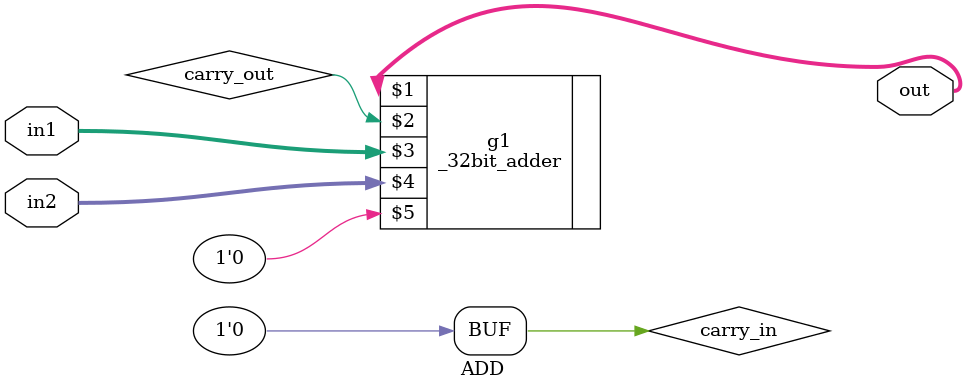
<source format=v>
module MUL_datapath(result,Product,multiplicand,write,shift,less32,i);
input [31:0] multiplicand;
input write ,shift,less32,i;
input [63:0] Product;
output result;
wire carry_out1;
wire [63:0] TempProduct,Msb32bitProduct,AddResult,shiftrightArray,AdderResult;
wire notwrite,notshift,notless32;
wire [31:0] result1,result2,result3,result4;
genvar j;

	generate
	
		for (j = 0; j < 64; j = j + 1) begin:Ahmet
			or andGate1 (TempProduct[j],Product[j],0);
		end
	endgenerate

generate
	
		for (j = 32; j < 64; j = j + 1) begin:Ahmet1
			or andGate2 (Msb32bitProduct[j],Product[j],0);
		end
	endgenerate

	ADD add(Msb32bitProduct,Msb32bitProduct,multiplicand);
	
	not a1(notwrite,write);
	
	generate
	
		for (j =0 ; j < 32; j = j + 1) begin:Ahmet2
			and andGate3 (result1[j],Msb32bitProduct[j],write);
		end
	endgenerate
	
	generate
	
		for (j =0; j < 32; j = j + 1) begin:Ahmet3
			and andGate4 (result2[j],Product[j],notwrite);
		end
	endgenerate
	
	generate
	
		for (j =0; j < 64; j = j + 1) begin:Ahmet9
			or a2(AdderResult , result1,result2);
		end
	endgenerate
	
	
	generate
	
		for (j =0; j < 64; j = j + 1) begin:Ahmet4
			or andGate4 (shiftrightArray[j],AdderResult[j],0);
		end
	endgenerate
	
	
	generate
	
		for (j =1; j < 63; j = j + 1) begin:Ahmet5
			or andGate5 (AdderResult[j-1],AdderResult[j],0);
		end
	endgenerate
	
	

	and a3 (AdderResult[63],AdderResult[0],0);
	
	
	not a4(notshift,shift);
	
	generate
	
		for (j =0 ; j < 64; j = j + 1) begin:Ahmet6
			and andGate3 (result3[j],AdderResult[j],shift);
		end
	endgenerate
	
	generate
	
		for (j =0; j < 32; j = j + 1) begin:Ahmet7
			and andGate4 (result4[j],shiftrightArray[j],notshift);
		end
	endgenerate
	
	
	generate
	
		for (j =0; j < 64; j = j + 1) begin:Ahmet10
			or a5(result , result3,result4);
		end
	endgenerate
	
	
	
	full_adder FA0(i, carry_out1,i, 1, 0);
endmodule


module ADD (out,in1,in2);
input [31:0] in1,in2;
output reg [31:0] out;
wire carry_in,carry_out;
or (carry_in ,0,0);

_32bit_adder g1(out,carry_out,in1,in2,carry_in);
        
endmodule

</source>
